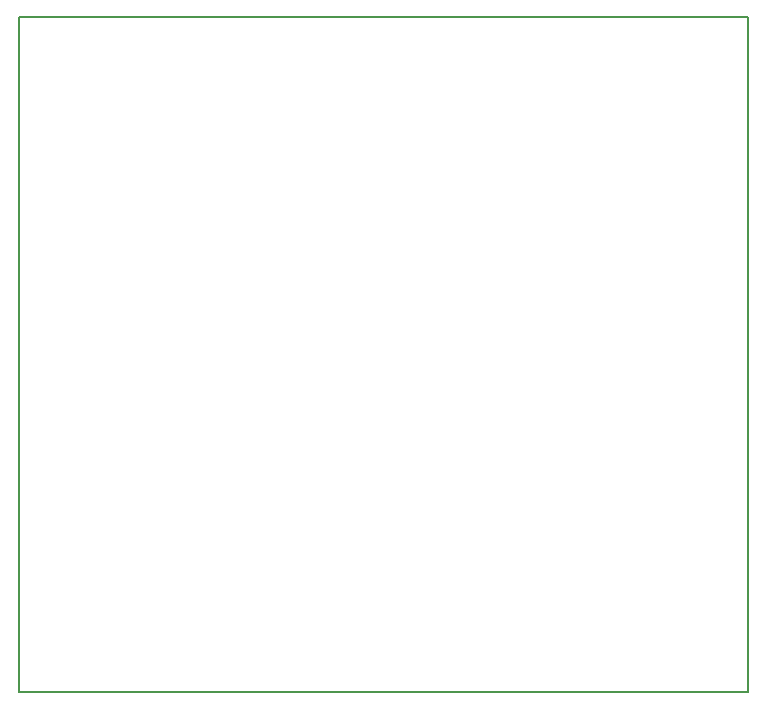
<source format=gbo>
G75*
G70*
%OFA0B0*%
%FSLAX24Y24*%
%IPPOS*%
%LPD*%
%AMOC8*
5,1,8,0,0,1.08239X$1,22.5*
%
%ADD10C,0.0050*%
D10*
X001600Y003100D02*
X025899Y003100D01*
X025899Y025600D01*
X001600Y025600D01*
X001600Y003100D01*
M02*

</source>
